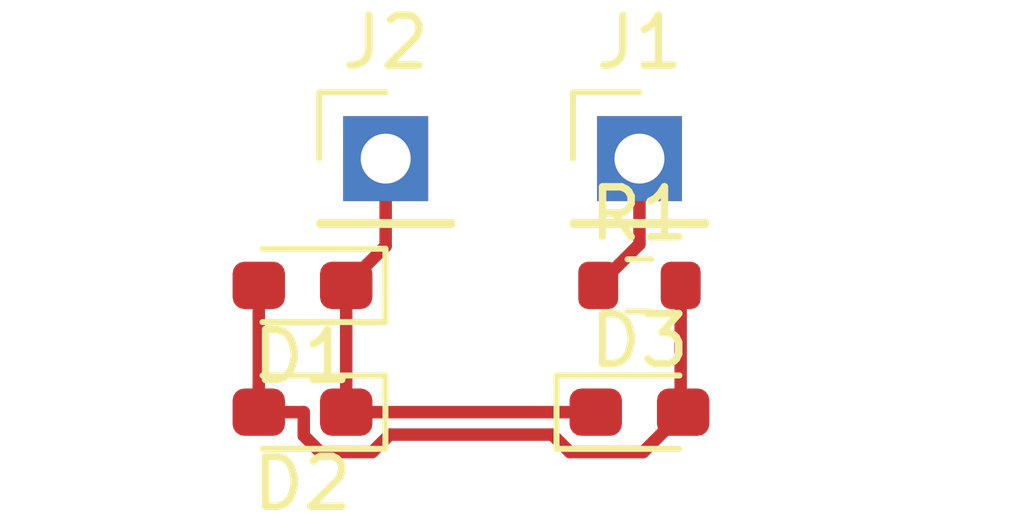
<source format=kicad_pcb>
(kicad_pcb (version 20211014) (generator pcbnew)
  (layers (0 "F.Cu" signal) (31 "B.Cu" signal) (34 "B.Paste" user) (35 "F.Paste" user) (36 "B.SilkS" user "B.Silkscreen") (37 "F.SilkS" user "F.Silkscreen") (38 "B.Mask" user) (39 "F.Mask" user) (44 "Edge.Cuts" user))
  (net 0 "")
  (net 1 "Net-(D1-Pad1)")
  (net 2 "Net-(D1-Pad2)")
  (net 3 "Net-(R1-Pad1)")
  (footprint "LED_SMD:LED_0603_1608Metric_Pad1.05x0.95mm_HandSolder" (layer "F.Cu") (at 116.84 91.44)
    (fp_text reference "D3" (at 0 -1.43) (layer "F.SilkS"))
    (fp_text value "LED")
    (fp_line (start -1.66 0.735) (end 0.8 0.735) (layer "F.SilkS") (width 0.12))
    (fp_line (start 0.8 -0.735) (end -1.66 -0.735) (layer "F.SilkS") (width 0.12))
    (fp_line (start -1.66 -0.735) (end -1.66 0.735) (layer "F.SilkS") (width 0.12))
    (pad "1" smd roundrect (at -0.875 0) (size 1.05 0.95) (layers "F.Cu" "F.Paste" "F.Mask") (net 1 "Net-(D1-Pad1)"))
    (pad "2" smd roundrect (at 0.875 0) (size 1.05 0.95) (layers "F.Cu" "F.Paste" "F.Mask") (net 2 "Net-(D1-Pad2)"))
  )
  (footprint "LED_SMD:LED_0603_1608Metric_Pad1.05x0.95mm_HandSolder" (layer "F.Cu") (at 110.095 91.44 180)
    (fp_text reference "D2" (at 0 -1.43) (layer "F.SilkS"))
    (fp_text value "LED")
    (fp_line (start -1.66 -0.735) (end -1.66 0.735) (layer "F.SilkS") (width 0.12))
    (fp_line (start 0.8 -0.735) (end -1.66 -0.735) (layer "F.SilkS") (width 0.12))
    (fp_line (start -1.66 0.735) (end 0.8 0.735) (layer "F.SilkS") (width 0.12))
    (pad "1" smd roundrect (at -0.875 0 180) (size 1.05 0.95) (layers "F.Cu" "F.Paste" "F.Mask") (net 1 "Net-(D1-Pad1)"))
    (pad "2" smd roundrect (at 0.875 0 180) (size 1.05 0.95) (layers "F.Cu" "F.Paste" "F.Mask") (net 2 "Net-(D1-Pad2)"))
  )
  (footprint "Connector_PinHeader_2.54mm:PinHeader_1x01_P2.54mm_Vertical" (layer "F.Cu") (at 116.84 86.36)
    (fp_text reference "J1" (at 0 -2.33) (layer "F.SilkS"))
    (fp_text value "Conn_01x01_Female")
    (fp_line (start 1.33 1.27) (end 1.33 1.33) (layer "F.SilkS") (width 0.12))
    (fp_line (start -1.33 1.33) (end 1.33 1.33) (layer "F.SilkS") (width 0.12))
    (fp_line (start -1.33 1.27) (end -1.33 1.33) (layer "F.SilkS") (width 0.12))
    (fp_line (start -1.33 0) (end -1.33 -1.33) (layer "F.SilkS") (width 0.12))
    (fp_line (start -1.33 -1.33) (end 0 -1.33) (layer "F.SilkS") (width 0.12))
    (fp_line (start -1.33 1.27) (end 1.33 1.27) (layer "F.SilkS") (width 0.12))
    (pad "1" thru_hole rect (at 0 0) (size 1.7 1.7) (drill 1) (layers *.Cu *.Mask) (net 3 "Net-(R1-Pad1)"))
  )
  (footprint "Connector_PinHeader_2.54mm:PinHeader_1x01_P2.54mm_Vertical" (layer "F.Cu") (at 111.76 86.36)
    (fp_text reference "J2" (at 0 -2.33) (layer "F.SilkS"))
    (fp_text value "Conn_01x01_Female")
    (fp_line (start -1.33 -1.33) (end 0 -1.33) (layer "F.SilkS") (width 0.12))
    (fp_line (start -1.33 0) (end -1.33 -1.33) (layer "F.SilkS") (width 0.12))
    (fp_line (start -1.33 1.27) (end -1.33 1.33) (layer "F.SilkS") (width 0.12))
    (fp_line (start 1.33 1.27) (end 1.33 1.33) (layer "F.SilkS") (width 0.12))
    (fp_line (start -1.33 1.27) (end 1.33 1.27) (layer "F.SilkS") (width 0.12))
    (fp_line (start -1.33 1.33) (end 1.33 1.33) (layer "F.SilkS") (width 0.12))
    (pad "1" thru_hole rect (at 0 0) (size 1.7 1.7) (drill 1) (layers *.Cu *.Mask) (net 1 "Net-(D1-Pad1)"))
  )
  (footprint "Resistor_SMD:R_0603_1608Metric" (layer "F.Cu") (at 116.84 88.9)
    (fp_text reference "R1" (at 0 -1.43) (layer "F.SilkS"))
    (fp_text value "100")
    (fp_line (start -0.237258 0.5225) (end 0.237258 0.5225) (layer "F.SilkS") (width 0.12))
    (fp_line (start -0.237258 -0.5225) (end 0.237258 -0.5225) (layer "F.SilkS") (width 0.12))
    (pad "1" smd roundrect (at -0.825 0) (size 0.8 0.95) (layers "F.Cu" "F.Paste" "F.Mask") (net 3 "Net-(R1-Pad1)"))
    (pad "2" smd roundrect (at 0.825 0) (size 0.8 0.95) (layers "F.Cu" "F.Paste" "F.Mask") (net 2 "Net-(D1-Pad2)"))
  )
  (footprint "LED_SMD:LED_0603_1608Metric_Pad1.05x0.95mm_HandSolder" (layer "F.Cu") (at 110.095 88.9 180)
    (fp_text reference "D1" (at 0 -1.43) (layer "F.SilkS"))
    (fp_text value "LED")
    (fp_line (start -1.66 0.735) (end 0.8 0.735) (layer "F.SilkS") (width 0.12))
    (fp_line (start -1.66 -0.735) (end -1.66 0.735) (layer "F.SilkS") (width 0.12))
    (fp_line (start 0.8 -0.735) (end -1.66 -0.735) (layer "F.SilkS") (width 0.12))
    (pad "1" smd roundrect (at -0.875 0 180) (size 1.05 0.95) (layers "F.Cu" "F.Paste" "F.Mask") (net 1 "Net-(D1-Pad1)"))
    (pad "2" smd roundrect (at 0.875 0 180) (size 1.05 0.95) (layers "F.Cu" "F.Paste" "F.Mask") (net 2 "Net-(D1-Pad2)"))
  )
  (segment (start 110.97 88.9) (end 110.97 91.44) (width 0.25) (layer "F.Cu") (net 1))
  (segment (start 110.97 91.44) (end 115.965 91.44) (width 0.25) (layer "F.Cu") (net 1))
  (segment (start 111.76 88.11) (end 110.97 88.9) (width 0.25) (layer "F.Cu") (net 1))
  (segment (start 111.76 86.36) (end 111.76 88.11) (width 0.25) (layer "F.Cu") (net 1))
  (segment (start 115.444505 92.24) (end 116.915 92.24) (width 0.25) (layer "F.Cu") (net 2))
  (segment (start 115.094505 91.89) (end 115.444505 92.24) (width 0.25) (layer "F.Cu") (net 2))
  (segment (start 110.449505 92.24) (end 111.490495 92.24) (width 0.25) (layer "F.Cu") (net 2))
  (segment (start 110.12 91.910495) (end 110.449505 92.24) (width 0.25) (layer "F.Cu") (net 2))
  (segment (start 110.12 91.44) (end 110.12 91.910495) (width 0.25) (layer "F.Cu") (net 2))
  (segment (start 117.715 91.44) (end 117.665 91.39) (width 0.25) (layer "F.Cu") (net 2))
  (segment (start 109.22 88.9) (end 109.22 91.44) (width 0.25) (layer "F.Cu") (net 2))
  (segment (start 111.490495 92.24) (end 111.840495 91.89) (width 0.25) (layer "F.Cu") (net 2))
  (segment (start 116.915 92.24) (end 117.715 91.44) (width 0.25) (layer "F.Cu") (net 2))
  (segment (start 109.22 91.44) (end 110.12 91.44) (width 0.25) (layer "F.Cu") (net 2))
  (segment (start 111.840495 91.89) (end 115.094505 91.89) (width 0.25) (layer "F.Cu") (net 2))
  (segment (start 117.665 91.39) (end 117.665 88.9) (width 0.25) (layer "F.Cu") (net 2))
  (segment (start 116.84 86.36) (end 116.84 88.075) (width 0.25) (layer "F.Cu") (net 3))
  (segment (start 116.84 88.075) (end 116.015 88.9) (width 0.25) (layer "F.Cu") (net 3))
)
</source>
